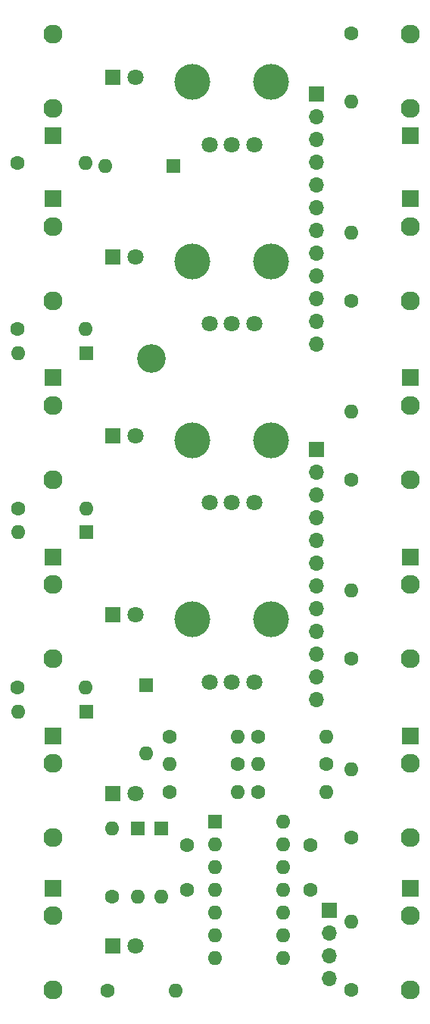
<source format=gts>
G04 #@! TF.GenerationSoftware,KiCad,Pcbnew,8.0.6-8.0.6-0~ubuntu22.04.1*
G04 #@! TF.CreationDate,2025-02-02T12:48:45+01:00*
G04 #@! TF.ProjectId,Drumbox,4472756d-626f-4782-9e6b-696361645f70,rev?*
G04 #@! TF.SameCoordinates,Original*
G04 #@! TF.FileFunction,Soldermask,Top*
G04 #@! TF.FilePolarity,Negative*
%FSLAX46Y46*%
G04 Gerber Fmt 4.6, Leading zero omitted, Abs format (unit mm)*
G04 Created by KiCad (PCBNEW 8.0.6-8.0.6-0~ubuntu22.04.1) date 2025-02-02 12:48:45*
%MOMM*%
%LPD*%
G01*
G04 APERTURE LIST*
%ADD10R,1.930000X1.830000*%
%ADD11C,2.130000*%
%ADD12R,1.800000X1.800000*%
%ADD13C,1.800000*%
%ADD14R,1.600000X1.600000*%
%ADD15O,1.600000X1.600000*%
%ADD16C,1.600000*%
%ADD17C,4.000000*%
%ADD18C,3.200000*%
%ADD19R,1.700000X1.700000*%
%ADD20O,1.700000X1.700000*%
G04 APERTURE END LIST*
D10*
X147400000Y-113820000D03*
D11*
X147400000Y-125220000D03*
X147400000Y-116920000D03*
D12*
X114080000Y-80300000D03*
D13*
X116620000Y-80300000D03*
D10*
X147400000Y-93820000D03*
D11*
X147400000Y-105220000D03*
X147400000Y-96920000D03*
D14*
X125495000Y-123380000D03*
D15*
X125495000Y-125920000D03*
X125495000Y-128460000D03*
X125495000Y-131000000D03*
X125495000Y-133540000D03*
X125495000Y-136080000D03*
X125495000Y-138620000D03*
X133115000Y-138620000D03*
X133115000Y-136080000D03*
X133115000Y-133540000D03*
X133115000Y-131000000D03*
X133115000Y-128460000D03*
X133115000Y-125920000D03*
X133115000Y-123380000D03*
D16*
X140800000Y-65220000D03*
D15*
X140800000Y-57600000D03*
D14*
X111110000Y-111100000D03*
D15*
X103490000Y-111100000D03*
D16*
X113540000Y-142300000D03*
D15*
X121160000Y-142300000D03*
D16*
X136195000Y-126005000D03*
X136195000Y-131005000D03*
X120465000Y-113905000D03*
D15*
X128085000Y-113905000D03*
D10*
X107400000Y-93820000D03*
D11*
X107400000Y-105220000D03*
X107400000Y-96920000D03*
D12*
X114080000Y-100300000D03*
D13*
X116620000Y-100300000D03*
D12*
X114080000Y-40300000D03*
D13*
X116620000Y-40300000D03*
D14*
X117800000Y-108180000D03*
D15*
X117800000Y-115800000D03*
D17*
X123000000Y-40800000D03*
X131800000Y-40800000D03*
D13*
X124900000Y-47800000D03*
X127400000Y-47800000D03*
X129900000Y-47800000D03*
D16*
X103430000Y-68400000D03*
D15*
X111050000Y-68400000D03*
D16*
X103480000Y-88400000D03*
D15*
X111100000Y-88400000D03*
D10*
X147400000Y-73820000D03*
D11*
X147400000Y-85220000D03*
X147400000Y-76920000D03*
D14*
X111110000Y-71100000D03*
D15*
X103490000Y-71100000D03*
D16*
X140800000Y-105210000D03*
D15*
X140800000Y-97590000D03*
D17*
X123000000Y-60800000D03*
X131800000Y-60800000D03*
D13*
X124900000Y-67800000D03*
X127400000Y-67800000D03*
X129900000Y-67800000D03*
D12*
X114080000Y-60300000D03*
D13*
X116620000Y-60300000D03*
D16*
X103450000Y-108400000D03*
D15*
X111070000Y-108400000D03*
D12*
X114080000Y-120300000D03*
D13*
X116620000Y-120300000D03*
D17*
X123000000Y-80800000D03*
X131800000Y-80800000D03*
D13*
X124900000Y-87800000D03*
X127400000Y-87800000D03*
X129900000Y-87800000D03*
D17*
X123000000Y-100800000D03*
X131800000Y-100800000D03*
D13*
X124900000Y-107800000D03*
X127400000Y-107800000D03*
X129900000Y-107800000D03*
D14*
X111120000Y-91100000D03*
D15*
X103500000Y-91100000D03*
D14*
X119500000Y-124190000D03*
D15*
X119500000Y-131810000D03*
D16*
X128095000Y-117005000D03*
D15*
X120475000Y-117005000D03*
D16*
X103440000Y-49800000D03*
D15*
X111060000Y-49800000D03*
D10*
X107400000Y-113820000D03*
D11*
X107400000Y-125220000D03*
X107400000Y-116920000D03*
D16*
X137975000Y-117005000D03*
D15*
X130355000Y-117005000D03*
D12*
X114080000Y-137300000D03*
D13*
X116620000Y-137300000D03*
D16*
X122395000Y-131005000D03*
X122395000Y-126005000D03*
D10*
X107400000Y-46800000D03*
D11*
X107400000Y-35400000D03*
X107400000Y-43700000D03*
D14*
X116900000Y-124190000D03*
D15*
X116900000Y-131810000D03*
D10*
X147400000Y-46800000D03*
D11*
X147400000Y-35400000D03*
X147400000Y-43700000D03*
D16*
X114000000Y-131820000D03*
D15*
X114000000Y-124200000D03*
D10*
X147400000Y-130820000D03*
D11*
X147400000Y-142220000D03*
X147400000Y-133920000D03*
D16*
X140800000Y-85210000D03*
D15*
X140800000Y-77590000D03*
D18*
X118400000Y-71700000D03*
D16*
X130345000Y-113905000D03*
D15*
X137965000Y-113905000D03*
D10*
X107400000Y-53820000D03*
D11*
X107400000Y-65220000D03*
X107400000Y-56920000D03*
D10*
X107400000Y-130820000D03*
D11*
X107400000Y-142220000D03*
X107400000Y-133920000D03*
D10*
X147400000Y-53820000D03*
D11*
X147400000Y-65220000D03*
X147400000Y-56920000D03*
D10*
X107400000Y-73820000D03*
D11*
X107400000Y-85220000D03*
X107400000Y-76920000D03*
D14*
X120910000Y-50200000D03*
D15*
X113290000Y-50200000D03*
D16*
X120465000Y-120105000D03*
D15*
X128085000Y-120105000D03*
D16*
X140800000Y-142220000D03*
D15*
X140800000Y-134600000D03*
D16*
X140800000Y-125200000D03*
D15*
X140800000Y-117580000D03*
D16*
X140800000Y-35390000D03*
D15*
X140800000Y-43010000D03*
D16*
X130355000Y-120105000D03*
D15*
X137975000Y-120105000D03*
D19*
X136900000Y-42100000D03*
D20*
X136900000Y-44640000D03*
X136900000Y-47180000D03*
X136900000Y-49720000D03*
X136900000Y-52260000D03*
X136900000Y-54800000D03*
X136900000Y-57340000D03*
X136900000Y-59880000D03*
X136900000Y-62420000D03*
X136900000Y-64960000D03*
X136900000Y-67500000D03*
X136900000Y-70040000D03*
D19*
X138300000Y-133300000D03*
D20*
X138300000Y-135840000D03*
X138300000Y-138380000D03*
X138300000Y-140920000D03*
D19*
X136900000Y-81800000D03*
D20*
X136900000Y-84340000D03*
X136900000Y-86880000D03*
X136900000Y-89420000D03*
X136900000Y-91960000D03*
X136900000Y-94500000D03*
X136900000Y-97040000D03*
X136900000Y-99580000D03*
X136900000Y-102120000D03*
X136900000Y-104660000D03*
X136900000Y-107200000D03*
X136900000Y-109740000D03*
M02*

</source>
